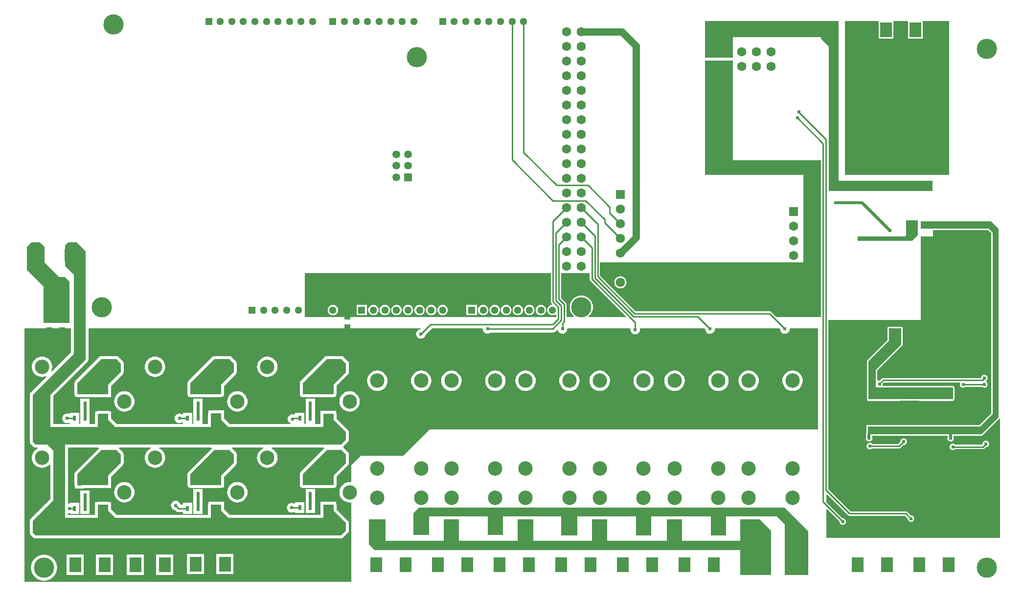
<source format=gbl>
G04 Layer_Physical_Order=2*
G04 Layer_Color=16711680*
%FSTAX24Y24*%
%MOIN*%
G70*
G01*
G75*
%ADD10R,0.0433X0.0433*%
%ADD14R,0.0236X0.0354*%
%ADD20R,0.0550X0.0433*%
%ADD25C,0.0100*%
%ADD26C,0.0500*%
%ADD28C,0.0200*%
%ADD30C,0.0630*%
%ADD31R,0.0630X0.0630*%
%ADD32C,0.1378*%
%ADD33R,0.0787X0.0984*%
%ADD34O,0.1600X0.1000*%
%ADD35O,0.1000X0.1600*%
%ADD36C,0.0512*%
%ADD37R,0.0512X0.0512*%
%ADD38R,0.0630X0.0630*%
%ADD39C,0.0532*%
%ADD40R,0.0532X0.0532*%
%ADD41C,0.0984*%
%ADD42C,0.0240*%
%ADD43R,0.0680X0.0453*%
%ADD44R,0.0240X0.0600*%
G36*
X08645Y04325D02*
X07935Y04325D01*
X07935Y05375D01*
X08161D01*
X081656Y053742D01*
X081656Y0537D01*
Y052558D01*
X082644D01*
Y0537D01*
X082644Y053742D01*
X08269Y05375D01*
X08361D01*
X083656Y053742D01*
X083656Y0537D01*
Y052558D01*
X084644D01*
Y0537D01*
X084644Y053742D01*
X08469Y05375D01*
X08645D01*
X08645Y04325D01*
D02*
G37*
G36*
X0789Y05265D02*
Y04285D01*
X0853D01*
Y04215D01*
X0845D01*
X07826Y04215D01*
X07826Y05199D01*
X0777Y05255D01*
Y05265D01*
X0717D01*
Y05125D01*
X0698D01*
Y05375D01*
X0789D01*
Y05265D01*
D02*
G37*
G36*
X0843Y03915D02*
X0839Y03875D01*
X0802D01*
Y03905D01*
X0834D01*
X0835Y03915D01*
Y04015D01*
X0843D01*
Y03915D01*
D02*
G37*
G36*
X059297Y03655D02*
Y034608D01*
X059309Y03455D01*
X059342Y0345D01*
X059398Y034444D01*
X05938Y034391D01*
X059328Y034384D01*
X059241Y034348D01*
X059167Y034291D01*
X05911Y034217D01*
X059074Y03413D01*
X059061Y034037D01*
X059074Y033944D01*
X05911Y033858D01*
X059167Y033784D01*
X059241Y033727D01*
X059328Y033691D01*
X05942Y033678D01*
X059513Y033691D01*
X0596Y033727D01*
X059629Y033748D01*
X059673Y033726D01*
Y03355D01*
X04255D01*
Y03475D01*
X04255Y03655D01*
X059297Y03655D01*
D02*
G37*
G36*
X061947D02*
Y03615D01*
X061959Y036091D01*
X061992Y036042D01*
X064438Y033596D01*
X064418Y03355D01*
X061878D01*
X06186Y0336D01*
X06195Y033674D01*
X062048Y033794D01*
X062121Y033931D01*
X062167Y03408D01*
X062182Y034234D01*
X062167Y034389D01*
X062121Y034538D01*
X062048Y034675D01*
X06195Y034795D01*
X061829Y034893D01*
X061692Y034967D01*
X061544Y035012D01*
X061389Y035027D01*
X061234Y035012D01*
X061086Y034967D01*
X060949Y034893D01*
X060828Y034795D01*
X06073Y034675D01*
X060657Y034538D01*
X060611Y034389D01*
X060596Y034234D01*
X060611Y03408D01*
X060657Y033931D01*
X06073Y033794D01*
X060828Y033674D01*
X060918Y0336D01*
X0609Y03355D01*
X060379D01*
Y034406D01*
X060368Y034465D01*
X060335Y034515D01*
X060003Y034846D01*
Y03655D01*
X061947D01*
D02*
G37*
G36*
X0717Y04425D02*
X077697D01*
Y03355D01*
X074666D01*
X074308Y033908D01*
X074259Y033941D01*
X0742Y033953D01*
X065079D01*
X062653Y036379D01*
Y0373D01*
X0765Y0373D01*
X0765Y04325D01*
X0698D01*
Y05105D01*
X0717D01*
Y04425D01*
D02*
G37*
G36*
X0248Y03835D02*
Y0373D01*
X0258Y0363D01*
X0262D01*
X0265Y036D01*
Y03315D01*
X02475D01*
Y03565D01*
X0236Y0368D01*
Y03835D01*
X0239Y03865D01*
X0245D01*
X0248Y03835D01*
D02*
G37*
G36*
X0775Y0259D02*
X07635Y0259D01*
X05105D01*
X04925Y0241D01*
X04635D01*
X0457Y02345D01*
X0457Y022322D01*
X045663Y022288D01*
X045599Y022294D01*
X045463Y022281D01*
X045333Y022241D01*
X045212Y022177D01*
X045107Y022091D01*
X045021Y021985D01*
X044956Y021865D01*
X044917Y021734D01*
X044903Y021599D01*
X044917Y021463D01*
X044956Y021333D01*
X045021Y021212D01*
X045107Y021107D01*
X045212Y021021D01*
X045333Y020956D01*
X045463Y020917D01*
X045599Y020903D01*
X045663Y02091D01*
X0457Y020876D01*
X0457Y01549D01*
X02344D01*
Y0328D01*
X026596D01*
Y031134D01*
X025316Y029855D01*
X025276Y029885D01*
X025281Y029895D01*
X025321Y030025D01*
X025334Y030161D01*
X025321Y030297D01*
X025281Y030427D01*
X025217Y030547D01*
X02513Y030653D01*
X025025Y030739D01*
X024905Y030804D01*
X024774Y030843D01*
X024639Y030856D01*
X024503Y030843D01*
X024372Y030804D01*
X024252Y030739D01*
X024147Y030653D01*
X02406Y030547D01*
X023996Y030427D01*
X023956Y030297D01*
X023943Y030161D01*
X023956Y030025D01*
X023996Y029895D01*
X02406Y029775D01*
X024147Y029669D01*
X024252Y029583D01*
X024372Y029518D01*
X024503Y029479D01*
X024639Y029466D01*
X024774Y029479D01*
X024905Y029518D01*
X024915Y029524D01*
X024945Y029483D01*
X023856Y028394D01*
X023812Y028328D01*
X023796Y02825D01*
X023796Y02585D01*
Y02525D01*
Y02505D01*
X023812Y024972D01*
X023856Y024906D01*
X024056Y024706D01*
X024122Y024662D01*
X0242Y024646D01*
X024346D01*
X024358Y024596D01*
X024252Y024539D01*
X024147Y024453D01*
X02406Y024347D01*
X023996Y024227D01*
X023956Y024097D01*
X023943Y023961D01*
X023956Y023825D01*
X023996Y023695D01*
X02406Y023575D01*
X024147Y023469D01*
X024252Y023383D01*
X024372Y023318D01*
X024503Y023279D01*
X024639Y023266D01*
X024774Y023279D01*
X024905Y023318D01*
X025025Y023383D01*
X02513Y023469D01*
X025149Y023492D01*
X025196Y023475D01*
X025196Y021134D01*
X024056Y019994D01*
X023856Y019794D01*
X023812Y019728D01*
X023796Y01965D01*
Y01885D01*
X023812Y018772D01*
X023856Y018706D01*
X024056Y018506D01*
X024122Y018462D01*
X0242Y018446D01*
X0254Y018446D01*
X0254Y018446D01*
X045D01*
X045078Y018462D01*
X045144Y018506D01*
X045494Y018856D01*
X045538Y018922D01*
X045554Y019D01*
Y0195D01*
X045554Y0195D01*
X045538Y019578D01*
X045494Y019644D01*
X045144Y019994D01*
X044704Y020434D01*
Y02075D01*
X044688Y020828D01*
X044681Y02084D01*
Y020949D01*
X044527D01*
X0445Y020954D01*
X0438D01*
X043773Y020949D01*
X043601D01*
Y020772D01*
X043596Y02075D01*
Y020054D01*
X037434D01*
X037054Y020434D01*
Y02075D01*
X037049Y020772D01*
Y020949D01*
X036877D01*
X03685Y020954D01*
X03615D01*
X036123Y020949D01*
X035969D01*
Y02084D01*
X035962Y020828D01*
X035946Y02075D01*
Y020054D01*
X029734D01*
X029354Y020434D01*
Y02075D01*
X029338Y020828D01*
X029331Y02084D01*
Y020938D01*
X029229D01*
X029228Y020938D01*
X02915Y020954D01*
X02845D01*
X028372Y020938D01*
X028371Y020938D01*
X028251D01*
Y020772D01*
X028246Y02075D01*
Y020054D01*
X026404D01*
Y020142D01*
X026454Y020183D01*
X0265Y020177D01*
X026532Y020149D01*
Y020123D01*
X027168D01*
Y020877D01*
X026532D01*
Y020851D01*
X0265Y020823D01*
X026454Y020817D01*
X026404Y020858D01*
Y024646D01*
X028487D01*
X028508Y024596D01*
X026906Y022994D01*
X026862Y022928D01*
X026846Y02285D01*
X026846Y0221D01*
X026862Y022022D01*
X02688Y021994D01*
Y021864D01*
X02752D01*
Y021896D01*
X02915D01*
X029177Y021902D01*
X029331D01*
Y02201D01*
X029338Y022022D01*
X029354Y0221D01*
Y022666D01*
X030144Y023456D01*
X030188Y023522D01*
X030204Y0236D01*
Y0242D01*
X030188Y024278D01*
X030144Y024344D01*
X029892Y024596D01*
X029913Y024646D01*
X032046D01*
X032058Y024596D01*
X031952Y024539D01*
X031847Y024453D01*
X03176Y024347D01*
X031696Y024227D01*
X031656Y024097D01*
X031643Y023961D01*
X031656Y023825D01*
X031696Y023695D01*
X03176Y023575D01*
X031847Y023469D01*
X031952Y023383D01*
X032072Y023318D01*
X032203Y023279D01*
X032339Y023266D01*
X032474Y023279D01*
X032605Y023318D01*
X032725Y023383D01*
X03283Y023469D01*
X032917Y023575D01*
X032981Y023695D01*
X033021Y023825D01*
X033034Y023961D01*
X033021Y024097D01*
X032981Y024227D01*
X032917Y024347D01*
X03283Y024453D01*
X032725Y024539D01*
X032619Y024596D01*
X032631Y024646D01*
X036187D01*
X036208Y024596D01*
X034606Y022994D01*
X034585Y022964D01*
X03458D01*
Y022956D01*
X034562Y022928D01*
X034546Y02285D01*
X034546Y0221D01*
X034562Y022022D01*
X03458Y021994D01*
Y021964D01*
X034601D01*
X034606Y021956D01*
X034672Y021912D01*
X03475Y021896D01*
X03685D01*
X036928Y021912D01*
X036929Y021912D01*
X037049D01*
Y022078D01*
X037054Y0221D01*
Y022666D01*
X037844Y023456D01*
X037888Y023522D01*
X037904Y0236D01*
Y0242D01*
X037888Y024278D01*
X037844Y024344D01*
X037592Y024596D01*
X037613Y024646D01*
X039696D01*
X039708Y024596D01*
X039602Y024539D01*
X039497Y024453D01*
X03941Y024347D01*
X039346Y024227D01*
X039306Y024097D01*
X039293Y023961D01*
X039306Y023825D01*
X039346Y023695D01*
X03941Y023575D01*
X039497Y023469D01*
X039602Y023383D01*
X039722Y023318D01*
X039853Y023279D01*
X039989Y023266D01*
X040124Y023279D01*
X040255Y023318D01*
X040375Y023383D01*
X04048Y023469D01*
X040567Y023575D01*
X040631Y023695D01*
X040671Y023825D01*
X040684Y023961D01*
X040671Y024097D01*
X040631Y024227D01*
X040567Y024347D01*
X04048Y024453D01*
X040375Y024539D01*
X040269Y024596D01*
X040281Y024646D01*
X043837D01*
X043858Y024596D01*
X042256Y022994D01*
X042235Y022964D01*
X04223D01*
Y022956D01*
X042212Y022928D01*
X042196Y02285D01*
X042196Y0221D01*
X042212Y022022D01*
X04223Y021994D01*
Y021964D01*
X042251D01*
X042256Y021956D01*
X042322Y021912D01*
X0424Y021896D01*
X0445D01*
X044578Y021912D01*
X044579Y021912D01*
X044681D01*
Y02201D01*
X044688Y022022D01*
X044704Y0221D01*
Y022666D01*
X045494Y023456D01*
X045538Y023522D01*
X045554Y0236D01*
Y0242D01*
X045538Y024278D01*
X045494Y024344D01*
X045194Y024644D01*
X045168Y024662D01*
X045164Y024669D01*
X045163Y024725D01*
X045494Y025056D01*
X045538Y025122D01*
X045554Y0252D01*
Y0257D01*
X045554Y0257D01*
X045538Y025778D01*
X045494Y025844D01*
X045144Y026194D01*
X044704Y026634D01*
Y02695D01*
X044688Y027028D01*
X044681Y02704D01*
Y027148D01*
X044527D01*
X0445Y027154D01*
X0438D01*
X043773Y027148D01*
X043601D01*
Y026972D01*
X043596Y02695D01*
Y026254D01*
X043275D01*
X043233Y026273D01*
X043233Y026304D01*
Y026986D01*
X043244D01*
Y027986D01*
X042604D01*
Y027027D01*
X042597D01*
X042597Y026284D01*
X042557Y026262D01*
X042518Y026284D01*
X042518Y026304D01*
Y027027D01*
X041882D01*
Y026905D01*
X0418D01*
X041784Y026912D01*
X0417Y026923D01*
X041616Y026912D01*
X041539Y02688D01*
X041472Y026828D01*
X04142Y026761D01*
X041388Y026684D01*
X041377Y0266D01*
X041388Y026516D01*
X04142Y026439D01*
X041472Y026372D01*
X041539Y02632D01*
X041579Y026304D01*
X041569Y026254D01*
X037434D01*
X037054Y026634D01*
Y02695D01*
X037049Y026972D01*
Y027186D01*
X035969D01*
Y02704D01*
X035962Y027028D01*
X035946Y02695D01*
Y026254D01*
X035625D01*
X035583Y026273D01*
X035583Y026304D01*
Y026986D01*
X035594D01*
Y027986D01*
X034954D01*
Y027027D01*
X034947D01*
X034947Y026284D01*
X034907Y026262D01*
X034868Y026284D01*
X034868Y026304D01*
Y027027D01*
X034232D01*
Y026931D01*
X034182Y026914D01*
X034161Y02693D01*
X034084Y026962D01*
X034Y026973D01*
X033916Y026962D01*
X033839Y02693D01*
X033772Y026878D01*
X03372Y026811D01*
X033688Y026734D01*
X033677Y02665D01*
X033688Y026566D01*
X03372Y026489D01*
X033772Y026422D01*
X033839Y02637D01*
X033916Y026338D01*
X034Y026327D01*
X034084Y026338D01*
X034161Y02637D01*
X034182Y026386D01*
X034232Y026369D01*
X034232Y026273D01*
X03419Y026254D01*
X029734D01*
X029354Y026634D01*
Y02695D01*
X029349Y026972D01*
Y027138D01*
X029229D01*
X029228Y027138D01*
X02915Y027154D01*
X02845D01*
X028372Y027138D01*
X028371Y027138D01*
X028269D01*
Y02704D01*
X028262Y027028D01*
X028246Y02695D01*
Y026254D01*
X027925D01*
X027883Y026273D01*
X027883Y026304D01*
Y026986D01*
X027894D01*
Y027986D01*
X027254D01*
Y027027D01*
X027247D01*
X027247Y026284D01*
X027207Y026262D01*
X027168Y026284D01*
X027168Y026304D01*
Y027027D01*
X026532D01*
Y026974D01*
X026482Y026942D01*
X026434Y026962D01*
X02635Y026973D01*
X026266Y026962D01*
X026189Y02693D01*
X026122Y026878D01*
X02607Y026811D01*
X026038Y026734D01*
X026027Y02665D01*
X026038Y026566D01*
X02607Y026489D01*
X026122Y026422D01*
X026189Y02637D01*
X026266Y026338D01*
X02635Y026327D01*
X026434Y026338D01*
X026482Y026358D01*
X026532Y026326D01*
X026532Y026273D01*
X02649Y026254D01*
X025404D01*
Y028166D01*
X027744Y030506D01*
X027788Y030572D01*
X027804Y03065D01*
Y0328D01*
X050424Y0328D01*
X050443Y032754D01*
X050407Y032717D01*
X050366Y032712D01*
X050289Y03268D01*
X050222Y032628D01*
X05017Y032561D01*
X050138Y032484D01*
X050127Y0324D01*
X050138Y032316D01*
X05017Y032239D01*
X050222Y032172D01*
X050289Y03212D01*
X050366Y032088D01*
X05045Y032077D01*
X050534Y032088D01*
X050611Y03212D01*
X050678Y032172D01*
X05073Y032239D01*
X050762Y032316D01*
X050767Y032357D01*
X051206Y032795D01*
X054645D01*
X054678Y032758D01*
X054677Y03275D01*
X054688Y032666D01*
X05472Y032589D01*
X054772Y032522D01*
X054839Y03247D01*
X054916Y032438D01*
X055Y032427D01*
X055084Y032438D01*
X055161Y03247D01*
X055193Y032495D01*
X059433D01*
X05953Y032515D01*
X059613Y03257D01*
X059739Y032696D01*
X059786Y03268D01*
X059788Y032666D01*
X05982Y032589D01*
X059872Y032522D01*
X059939Y03247D01*
X060016Y032438D01*
X0601Y032427D01*
X060184Y032438D01*
X060261Y03247D01*
X060328Y032522D01*
X06038Y032589D01*
X060412Y032666D01*
X060423Y03275D01*
X060421Y032762D01*
X060454Y0328D01*
X064694D01*
X064734Y03275D01*
X064727Y0327D01*
X064738Y032616D01*
X06477Y032539D01*
X064822Y032472D01*
X064889Y03242D01*
X064966Y032388D01*
X06505Y032377D01*
X065134Y032388D01*
X065211Y03242D01*
X065278Y032472D01*
X06533Y032539D01*
X065362Y032616D01*
X065373Y0327D01*
X065366Y03275D01*
X065406Y0328D01*
X06974Y0328D01*
X069833Y032707D01*
X069838Y032666D01*
X06987Y032589D01*
X069922Y032522D01*
X069989Y03247D01*
X070066Y032438D01*
X07015Y032427D01*
X070234Y032438D01*
X070311Y03247D01*
X070378Y032522D01*
X07043Y032589D01*
X070462Y032666D01*
X070473Y03275D01*
X070471Y032762D01*
X070504Y0328D01*
X07484Y0328D01*
X074933Y032707D01*
X074938Y032666D01*
X07497Y032589D01*
X075022Y032522D01*
X075089Y03247D01*
X075166Y032438D01*
X07525Y032427D01*
X075334Y032438D01*
X075411Y03247D01*
X075478Y032522D01*
X07553Y032589D01*
X075562Y032666D01*
X075573Y03275D01*
X075571Y032762D01*
X075604Y0328D01*
X0775D01*
Y0259D01*
D02*
G37*
G36*
X0898Y0396D02*
Y0267D01*
X08865Y02555D01*
X0809Y02555D01*
Y0261D01*
X08855Y0261D01*
X0894Y02695D01*
X0894Y03933D01*
X08913Y0396D01*
X0845Y0396D01*
X0845Y0401D01*
X0893Y0401D01*
X0898Y0396D01*
D02*
G37*
G36*
X04535Y0242D02*
Y0236D01*
X0445Y02275D01*
Y0221D01*
X0424D01*
X0424Y02285D01*
X04405Y0245D01*
X04505Y0245D01*
X04535Y0242D01*
D02*
G37*
G36*
X0377D02*
Y0236D01*
X03685Y02275D01*
Y0221D01*
X03475D01*
X03475Y02285D01*
X0364Y0245D01*
X0374Y0245D01*
X0377Y0242D01*
D02*
G37*
G36*
X03D02*
Y0236D01*
X02915Y02275D01*
Y0221D01*
X02705D01*
X02705Y02285D01*
X0287Y0245D01*
X0297Y0245D01*
X03Y0242D01*
D02*
G37*
G36*
X089298Y039288D02*
X089298Y026992D01*
X088508Y026202D01*
X0809Y026202D01*
X080861Y026194D01*
X080828Y026172D01*
X080806Y026139D01*
X080798Y0261D01*
Y025663D01*
X080786Y025603D01*
Y025381D01*
X080783Y025376D01*
X080766Y02529D01*
X080783Y025204D01*
X080831Y025131D01*
X080904Y025083D01*
X08099Y025066D01*
X081076Y025083D01*
X081149Y025131D01*
X081197Y025204D01*
X081214Y02529D01*
X081197Y025376D01*
X081194Y025381D01*
Y025448D01*
X086346Y025448D01*
Y025371D01*
X086343Y025366D01*
X086326Y02528D01*
X086343Y025194D01*
X086391Y025121D01*
X086464Y025073D01*
X08655Y025056D01*
X086636Y025073D01*
X086709Y025121D01*
X086757Y025194D01*
X086774Y02528D01*
X086757Y025366D01*
X086754Y025371D01*
Y025448D01*
X08865D01*
X088689Y025456D01*
X088722Y025478D01*
X08985Y026606D01*
X0899Y026585D01*
Y0185D01*
X07809D01*
Y020428D01*
X078136Y020448D01*
X078977Y019607D01*
X078976Y0196D01*
X078993Y019514D01*
X079041Y019441D01*
X079114Y019393D01*
X0792Y019376D01*
X079286Y019393D01*
X079359Y019441D01*
X079407Y019514D01*
X079424Y0196D01*
X079407Y019686D01*
X079359Y019759D01*
X079286Y019807D01*
X0792Y019824D01*
X079193Y019823D01*
X07809Y020926D01*
Y021428D01*
X078136Y021448D01*
X079542Y020042D01*
X079591Y020009D01*
X07965Y019997D01*
X083437D01*
X083627Y019807D01*
X083626Y0198D01*
X083643Y019714D01*
X083691Y019641D01*
X083764Y019593D01*
X08385Y019576D01*
X083936Y019593D01*
X084009Y019641D01*
X084057Y019714D01*
X084074Y0198D01*
X084057Y019886D01*
X084009Y019959D01*
X083936Y020007D01*
X08385Y020024D01*
X083843Y020023D01*
X083608Y020258D01*
X083559Y020291D01*
X0835Y020303D01*
X079713D01*
X078203Y021813D01*
Y03335D01*
X0845D01*
Y03905D01*
X08534D01*
Y039498D01*
X089088Y039498D01*
X089298Y039288D01*
D02*
G37*
G36*
X0276Y03805D02*
Y03065D01*
X0252Y02825D01*
Y02605D01*
X02845D01*
Y02695D01*
X02915D01*
Y02655D01*
X02965Y02605D01*
X03615D01*
Y02695D01*
X03685D01*
Y02655D01*
X03735Y02605D01*
X0438D01*
Y02695D01*
X0445D01*
Y02655D01*
X04535Y0257D01*
Y0252D01*
X04505Y0249D01*
X045Y02485D01*
X0262D01*
Y01985D01*
X02845D01*
Y02075D01*
X02915D01*
Y02035D01*
X02965Y01985D01*
X03615D01*
Y02075D01*
X03685D01*
Y02035D01*
X03735Y01985D01*
X0438D01*
Y02075D01*
X0445D01*
Y02035D01*
X04535Y0195D01*
Y019D01*
X04505Y0187D01*
X045Y01865D01*
X0254D01*
X0254Y01865D01*
X0242Y01865D01*
X024Y01885D01*
Y01965D01*
X0242Y01985D01*
X0254Y02105D01*
X0254Y02445D01*
X025Y02485D01*
X0244Y02485D01*
X0242D01*
X024Y02505D01*
Y02525D01*
Y02585D01*
D01*
X024Y02825D01*
X0268Y03105D01*
X0268Y03645D01*
X0262Y03705D01*
Y03845D01*
X0264Y03865D01*
X027D01*
X0276Y03805D01*
D02*
G37*
G36*
X07525Y02055D02*
X07685Y01895D01*
Y01595D01*
X07525Y01595D01*
X07525Y0194D01*
X0747Y01995D01*
X07125D01*
Y01865D01*
X0702D01*
Y01995D01*
X06615D01*
Y01865D01*
X0651D01*
Y01995D01*
X0611D01*
Y01865D01*
X06D01*
X06Y01995D01*
X05605Y01995D01*
X05605Y0187D01*
X055Y0187D01*
Y01995D01*
X051D01*
Y0187D01*
X04995D01*
Y0202D01*
X0503Y02055D01*
X07525Y02055D01*
D02*
G37*
G36*
X04805Y01975D02*
X04805Y0183D01*
X052Y0183D01*
Y01975D01*
X05305D01*
Y0183D01*
X05705D01*
Y01975D01*
X0581D01*
Y0183D01*
X0621D01*
Y01975D01*
X06315Y01975D01*
X06315Y0183D01*
X0672Y0183D01*
X0672Y01975D01*
X06825D01*
Y0183D01*
X0722D01*
Y01975D01*
X07355D01*
X0743Y019D01*
Y01735D01*
Y01605D01*
Y01595D01*
X0742D01*
X0722Y01595D01*
X0722Y01765D01*
X0473Y01765D01*
X0469Y01805D01*
X0469Y01975D01*
X04805Y01975D01*
D02*
G37*
%LPC*%
G36*
X054265Y034393D02*
X053553D01*
Y033681D01*
X054265D01*
Y034393D01*
D02*
G37*
G36*
X046784D02*
X046072D01*
Y033681D01*
X046784D01*
Y034393D01*
D02*
G37*
G36*
X058633Y034396D02*
X05854Y034384D01*
X058454Y034348D01*
X058379Y034291D01*
X058322Y034217D01*
X058286Y03413D01*
X058274Y034037D01*
X058286Y033944D01*
X058322Y033858D01*
X058379Y033784D01*
X058454Y033727D01*
X05854Y033691D01*
X058633Y033678D01*
X058726Y033691D01*
X058813Y033727D01*
X058887Y033784D01*
X058944Y033858D01*
X05898Y033944D01*
X058992Y034037D01*
X05898Y03413D01*
X058944Y034217D01*
X058887Y034291D01*
X058813Y034348D01*
X058726Y034384D01*
X058633Y034396D01*
D02*
G37*
G36*
X057846D02*
X057753Y034384D01*
X057666Y034348D01*
X057592Y034291D01*
X057535Y034217D01*
X057499Y03413D01*
X057487Y034037D01*
X057499Y033944D01*
X057535Y033858D01*
X057592Y033784D01*
X057666Y033727D01*
X057753Y033691D01*
X057846Y033678D01*
X057939Y033691D01*
X058025Y033727D01*
X0581Y033784D01*
X058157Y033858D01*
X058192Y033944D01*
X058205Y034037D01*
X058192Y03413D01*
X058157Y034217D01*
X0581Y034291D01*
X058025Y034348D01*
X057939Y034384D01*
X057846Y034396D01*
D02*
G37*
G36*
X057058D02*
X056965Y034384D01*
X056879Y034348D01*
X056804Y034291D01*
X056747Y034217D01*
X056712Y03413D01*
X056699Y034037D01*
X056712Y033944D01*
X056747Y033858D01*
X056804Y033784D01*
X056879Y033727D01*
X056965Y033691D01*
X057058Y033678D01*
X057151Y033691D01*
X057238Y033727D01*
X057312Y033784D01*
X057369Y033858D01*
X057405Y033944D01*
X057417Y034037D01*
X057405Y03413D01*
X057369Y034217D01*
X057312Y034291D01*
X057238Y034348D01*
X057151Y034384D01*
X057058Y034396D01*
D02*
G37*
G36*
X056271D02*
X056178Y034384D01*
X056091Y034348D01*
X056017Y034291D01*
X05596Y034217D01*
X055924Y03413D01*
X055912Y034037D01*
X055924Y033944D01*
X05596Y033858D01*
X056017Y033784D01*
X056091Y033727D01*
X056178Y033691D01*
X056271Y033678D01*
X056364Y033691D01*
X05645Y033727D01*
X056525Y033784D01*
X056582Y033858D01*
X056618Y033944D01*
X05663Y034037D01*
X056618Y03413D01*
X056582Y034217D01*
X056525Y034291D01*
X05645Y034348D01*
X056364Y034384D01*
X056271Y034396D01*
D02*
G37*
G36*
X055483D02*
X055391Y034384D01*
X055304Y034348D01*
X05523Y034291D01*
X055173Y034217D01*
X055137Y03413D01*
X055125Y034037D01*
X055137Y033944D01*
X055173Y033858D01*
X05523Y033784D01*
X055304Y033727D01*
X055391Y033691D01*
X055483Y033678D01*
X055576Y033691D01*
X055663Y033727D01*
X055737Y033784D01*
X055794Y033858D01*
X05583Y033944D01*
X055842Y034037D01*
X05583Y03413D01*
X055794Y034217D01*
X055737Y034291D01*
X055663Y034348D01*
X055576Y034384D01*
X055483Y034396D01*
D02*
G37*
G36*
X054696D02*
X054603Y034384D01*
X054517Y034348D01*
X054442Y034291D01*
X054385Y034217D01*
X054349Y03413D01*
X054337Y034037D01*
X054349Y033944D01*
X054385Y033858D01*
X054442Y033784D01*
X054517Y033727D01*
X054603Y033691D01*
X054696Y033678D01*
X054789Y033691D01*
X054876Y033727D01*
X05495Y033784D01*
X055007Y033858D01*
X055043Y033944D01*
X055055Y034037D01*
X055043Y03413D01*
X055007Y034217D01*
X05495Y034291D01*
X054876Y034348D01*
X054789Y034384D01*
X054696Y034396D01*
D02*
G37*
G36*
X05194D02*
X051847Y034384D01*
X051761Y034348D01*
X051686Y034291D01*
X051629Y034217D01*
X051593Y03413D01*
X051581Y034037D01*
X051593Y033944D01*
X051629Y033858D01*
X051686Y033784D01*
X051761Y033727D01*
X051847Y033691D01*
X05194Y033678D01*
X052033Y033691D01*
X05212Y033727D01*
X052194Y033784D01*
X052251Y033858D01*
X052287Y033944D01*
X052299Y034037D01*
X052287Y03413D01*
X052251Y034217D01*
X052194Y034291D01*
X05212Y034348D01*
X052033Y034384D01*
X05194Y034396D01*
D02*
G37*
G36*
X051153D02*
X05106Y034384D01*
X050973Y034348D01*
X050899Y034291D01*
X050842Y034217D01*
X050806Y03413D01*
X050794Y034037D01*
X050806Y033944D01*
X050842Y033858D01*
X050899Y033784D01*
X050973Y033727D01*
X05106Y033691D01*
X051153Y033678D01*
X051246Y033691D01*
X051332Y033727D01*
X051407Y033784D01*
X051464Y033858D01*
X0515Y033944D01*
X051512Y034037D01*
X0515Y03413D01*
X051464Y034217D01*
X051407Y034291D01*
X051332Y034348D01*
X051246Y034384D01*
X051153Y034396D01*
D02*
G37*
G36*
X050365D02*
X050272Y034384D01*
X050186Y034348D01*
X050112Y034291D01*
X050054Y034217D01*
X050019Y03413D01*
X050006Y034037D01*
X050019Y033944D01*
X050054Y033858D01*
X050112Y033784D01*
X050186Y033727D01*
X050272Y033691D01*
X050365Y033678D01*
X050458Y033691D01*
X050545Y033727D01*
X050619Y033784D01*
X050676Y033858D01*
X050712Y033944D01*
X050724Y034037D01*
X050712Y03413D01*
X050676Y034217D01*
X050619Y034291D01*
X050545Y034348D01*
X050458Y034384D01*
X050365Y034396D01*
D02*
G37*
G36*
X049578D02*
X049485Y034384D01*
X049398Y034348D01*
X049324Y034291D01*
X049267Y034217D01*
X049231Y03413D01*
X049219Y034037D01*
X049231Y033944D01*
X049267Y033858D01*
X049324Y033784D01*
X049398Y033727D01*
X049485Y033691D01*
X049578Y033678D01*
X049671Y033691D01*
X049757Y033727D01*
X049832Y033784D01*
X049889Y033858D01*
X049925Y033944D01*
X049937Y034037D01*
X049925Y03413D01*
X049889Y034217D01*
X049832Y034291D01*
X049757Y034348D01*
X049671Y034384D01*
X049578Y034396D01*
D02*
G37*
G36*
X048791D02*
X048698Y034384D01*
X048611Y034348D01*
X048537Y034291D01*
X04848Y034217D01*
X048444Y03413D01*
X048432Y034037D01*
X048444Y033944D01*
X04848Y033858D01*
X048537Y033784D01*
X048611Y033727D01*
X048698Y033691D01*
X048791Y033678D01*
X048883Y033691D01*
X04897Y033727D01*
X049044Y033784D01*
X049101Y033858D01*
X049137Y033944D01*
X04915Y034037D01*
X049137Y03413D01*
X049101Y034217D01*
X049044Y034291D01*
X04897Y034348D01*
X048883Y034384D01*
X048791Y034396D01*
D02*
G37*
G36*
X048003D02*
X04791Y034384D01*
X047824Y034348D01*
X047749Y034291D01*
X047692Y034217D01*
X047656Y03413D01*
X047644Y034037D01*
X047656Y033944D01*
X047692Y033858D01*
X047749Y033784D01*
X047824Y033727D01*
X04791Y033691D01*
X048003Y033678D01*
X048096Y033691D01*
X048183Y033727D01*
X048257Y033784D01*
X048314Y033858D01*
X04835Y033944D01*
X048362Y034037D01*
X04835Y03413D01*
X048314Y034217D01*
X048257Y034291D01*
X048183Y034348D01*
X048096Y034384D01*
X048003Y034396D01*
D02*
G37*
G36*
X047216D02*
X047123Y034384D01*
X047036Y034348D01*
X046962Y034291D01*
X046905Y034217D01*
X046869Y03413D01*
X046857Y034037D01*
X046869Y033944D01*
X046905Y033858D01*
X046962Y033784D01*
X047036Y033727D01*
X047123Y033691D01*
X047216Y033678D01*
X047309Y033691D01*
X047395Y033727D01*
X04747Y033784D01*
X047527Y033858D01*
X047563Y033944D01*
X047575Y034037D01*
X047563Y03413D01*
X047527Y034217D01*
X04747Y034291D01*
X047395Y034348D01*
X047309Y034384D01*
X047216Y034396D01*
D02*
G37*
G36*
X04446D02*
X044367Y034384D01*
X04428Y034348D01*
X044206Y034291D01*
X044149Y034217D01*
X044113Y03413D01*
X044101Y034037D01*
X044113Y033944D01*
X044149Y033858D01*
X044206Y033784D01*
X04428Y033727D01*
X044367Y033691D01*
X04446Y033678D01*
X044553Y033691D01*
X044639Y033727D01*
X044714Y033784D01*
X044771Y033858D01*
X044807Y033944D01*
X044819Y034037D01*
X044807Y03413D01*
X044771Y034217D01*
X044714Y034291D01*
X044639Y034348D01*
X044553Y034384D01*
X04446Y034396D01*
D02*
G37*
G36*
X064048Y036346D02*
X06394Y036332D01*
X063839Y03629D01*
X063752Y036224D01*
X063686Y036137D01*
X063644Y036036D01*
X06363Y035928D01*
X063644Y035819D01*
X063686Y035719D01*
X063752Y035632D01*
X063839Y035565D01*
X06394Y035524D01*
X064048Y035509D01*
X064157Y035524D01*
X064258Y035565D01*
X064344Y035632D01*
X064411Y035719D01*
X064453Y035819D01*
X064467Y035928D01*
X064453Y036036D01*
X064411Y036137D01*
X064344Y036224D01*
X064258Y03629D01*
X064157Y036332D01*
X064048Y036346D01*
D02*
G37*
G36*
X039989Y030856D02*
X039853Y030843D01*
X039722Y030804D01*
X039602Y030739D01*
X039497Y030653D01*
X03941Y030547D01*
X039346Y030427D01*
X039306Y030297D01*
X039293Y030161D01*
X039306Y030025D01*
X039346Y029895D01*
X03941Y029775D01*
X039497Y029669D01*
X039602Y029583D01*
X039722Y029518D01*
X039853Y029479D01*
X039989Y029466D01*
X040124Y029479D01*
X040255Y029518D01*
X040375Y029583D01*
X04048Y029669D01*
X040567Y029775D01*
X040631Y029895D01*
X040671Y030025D01*
X040684Y030161D01*
X040671Y030297D01*
X040631Y030427D01*
X040567Y030547D01*
X04048Y030653D01*
X040375Y030739D01*
X040255Y030804D01*
X040124Y030843D01*
X039989Y030856D01*
D02*
G37*
G36*
X032339D02*
X032203Y030843D01*
X032072Y030804D01*
X031952Y030739D01*
X031847Y030653D01*
X03176Y030547D01*
X031696Y030427D01*
X031656Y030297D01*
X031643Y030161D01*
X031656Y030025D01*
X031696Y029895D01*
X03176Y029775D01*
X031847Y029669D01*
X031952Y029583D01*
X032072Y029518D01*
X032203Y029479D01*
X032339Y029466D01*
X032474Y029479D01*
X032605Y029518D01*
X032725Y029583D01*
X03283Y029669D01*
X032917Y029775D01*
X032981Y029895D01*
X033021Y030025D01*
X033034Y030161D01*
X033021Y030297D01*
X032981Y030427D01*
X032917Y030547D01*
X03283Y030653D01*
X032725Y030739D01*
X032605Y030804D01*
X032474Y030843D01*
X032339Y030856D01*
D02*
G37*
G36*
X075776Y029906D02*
X075641Y029893D01*
X07551Y029854D01*
X07539Y029789D01*
X075285Y029703D01*
X075198Y029597D01*
X075134Y029477D01*
X075094Y029347D01*
X075081Y029211D01*
X075094Y029075D01*
X075134Y028945D01*
X075198Y028825D01*
X075285Y028719D01*
X07539Y028633D01*
X07551Y028568D01*
X075641Y028529D01*
X075776Y028516D01*
X075912Y028529D01*
X076043Y028568D01*
X076163Y028633D01*
X076268Y028719D01*
X076355Y028825D01*
X076419Y028945D01*
X076458Y029075D01*
X076472Y029211D01*
X076458Y029347D01*
X076419Y029477D01*
X076355Y029597D01*
X076268Y029703D01*
X076163Y029789D01*
X076043Y029854D01*
X075912Y029893D01*
X075776Y029906D01*
D02*
G37*
G36*
X072784D02*
X072649Y029893D01*
X072518Y029854D01*
X072398Y029789D01*
X072292Y029703D01*
X072206Y029597D01*
X072142Y029477D01*
X072102Y029347D01*
X072089Y029211D01*
X072102Y029075D01*
X072142Y028945D01*
X072206Y028825D01*
X072292Y028719D01*
X072398Y028633D01*
X072518Y028568D01*
X072649Y028529D01*
X072784Y028516D01*
X07292Y028529D01*
X07305Y028568D01*
X073171Y028633D01*
X073276Y028719D01*
X073363Y028825D01*
X073427Y028945D01*
X073466Y029075D01*
X07348Y029211D01*
X073466Y029347D01*
X073427Y029477D01*
X073363Y029597D01*
X073276Y029703D01*
X073171Y029789D01*
X07305Y029854D01*
X07292Y029893D01*
X072784Y029906D01*
D02*
G37*
G36*
X070726D02*
X070591Y029893D01*
X07046Y029854D01*
X07034Y029789D01*
X070235Y029703D01*
X070148Y029597D01*
X070084Y029477D01*
X070044Y029347D01*
X070031Y029211D01*
X070044Y029075D01*
X070084Y028945D01*
X070148Y028825D01*
X070235Y028719D01*
X07034Y028633D01*
X07046Y028568D01*
X070591Y028529D01*
X070726Y028516D01*
X070862Y028529D01*
X070993Y028568D01*
X071113Y028633D01*
X071218Y028719D01*
X071305Y028825D01*
X071369Y028945D01*
X071408Y029075D01*
X071422Y029211D01*
X071408Y029347D01*
X071369Y029477D01*
X071305Y029597D01*
X071218Y029703D01*
X071113Y029789D01*
X070993Y029854D01*
X070862Y029893D01*
X070726Y029906D01*
D02*
G37*
G36*
X067734D02*
X067599Y029893D01*
X067468Y029854D01*
X067348Y029789D01*
X067242Y029703D01*
X067156Y029597D01*
X067092Y029477D01*
X067052Y029347D01*
X067039Y029211D01*
X067052Y029075D01*
X067092Y028945D01*
X067156Y028825D01*
X067242Y028719D01*
X067348Y028633D01*
X067468Y028568D01*
X067599Y028529D01*
X067734Y028516D01*
X06787Y028529D01*
X068Y028568D01*
X068121Y028633D01*
X068226Y028719D01*
X068313Y028825D01*
X068377Y028945D01*
X068416Y029075D01*
X06843Y029211D01*
X068416Y029347D01*
X068377Y029477D01*
X068313Y029597D01*
X068226Y029703D01*
X068121Y029789D01*
X068Y029854D01*
X06787Y029893D01*
X067734Y029906D01*
D02*
G37*
G36*
X065626D02*
X065491Y029893D01*
X06536Y029854D01*
X06524Y029789D01*
X065135Y029703D01*
X065048Y029597D01*
X064984Y029477D01*
X064944Y029347D01*
X064931Y029211D01*
X064944Y029075D01*
X064984Y028945D01*
X065048Y028825D01*
X065135Y028719D01*
X06524Y028633D01*
X06536Y028568D01*
X065491Y028529D01*
X065626Y028516D01*
X065762Y028529D01*
X065893Y028568D01*
X066013Y028633D01*
X066118Y028719D01*
X066205Y028825D01*
X066269Y028945D01*
X066308Y029075D01*
X066322Y029211D01*
X066308Y029347D01*
X066269Y029477D01*
X066205Y029597D01*
X066118Y029703D01*
X066013Y029789D01*
X065893Y029854D01*
X065762Y029893D01*
X065626Y029906D01*
D02*
G37*
G36*
X062634D02*
X062499Y029893D01*
X062368Y029854D01*
X062248Y029789D01*
X062142Y029703D01*
X062056Y029597D01*
X061992Y029477D01*
X061952Y029347D01*
X061939Y029211D01*
X061952Y029075D01*
X061992Y028945D01*
X062056Y028825D01*
X062142Y028719D01*
X062248Y028633D01*
X062368Y028568D01*
X062499Y028529D01*
X062634Y028516D01*
X06277Y028529D01*
X0629Y028568D01*
X063021Y028633D01*
X063126Y028719D01*
X063213Y028825D01*
X063277Y028945D01*
X063316Y029075D01*
X06333Y029211D01*
X063316Y029347D01*
X063277Y029477D01*
X063213Y029597D01*
X063126Y029703D01*
X063021Y029789D01*
X0629Y029854D01*
X06277Y029893D01*
X062634Y029906D01*
D02*
G37*
G36*
X060576D02*
X060441Y029893D01*
X06031Y029854D01*
X06019Y029789D01*
X060085Y029703D01*
X059998Y029597D01*
X059934Y029477D01*
X059894Y029347D01*
X059881Y029211D01*
X059894Y029075D01*
X059934Y028945D01*
X059998Y028825D01*
X060085Y028719D01*
X06019Y028633D01*
X06031Y028568D01*
X060441Y028529D01*
X060576Y028516D01*
X060712Y028529D01*
X060843Y028568D01*
X060963Y028633D01*
X061068Y028719D01*
X061155Y028825D01*
X061219Y028945D01*
X061258Y029075D01*
X061272Y029211D01*
X061258Y029347D01*
X061219Y029477D01*
X061155Y029597D01*
X061068Y029703D01*
X060963Y029789D01*
X060843Y029854D01*
X060712Y029893D01*
X060576Y029906D01*
D02*
G37*
G36*
X057584D02*
X057449Y029893D01*
X057318Y029854D01*
X057198Y029789D01*
X057092Y029703D01*
X057006Y029597D01*
X056942Y029477D01*
X056902Y029347D01*
X056889Y029211D01*
X056902Y029075D01*
X056942Y028945D01*
X057006Y028825D01*
X057092Y028719D01*
X057198Y028633D01*
X057318Y028568D01*
X057449Y028529D01*
X057584Y028516D01*
X05772Y028529D01*
X05785Y028568D01*
X057971Y028633D01*
X058076Y028719D01*
X058163Y028825D01*
X058227Y028945D01*
X058266Y029075D01*
X05828Y029211D01*
X058266Y029347D01*
X058227Y029477D01*
X058163Y029597D01*
X058076Y029703D01*
X057971Y029789D01*
X05785Y029854D01*
X05772Y029893D01*
X057584Y029906D01*
D02*
G37*
G36*
X055526D02*
X055391Y029893D01*
X05526Y029854D01*
X05514Y029789D01*
X055035Y029703D01*
X054948Y029597D01*
X054884Y029477D01*
X054844Y029347D01*
X054831Y029211D01*
X054844Y029075D01*
X054884Y028945D01*
X054948Y028825D01*
X055035Y028719D01*
X05514Y028633D01*
X05526Y028568D01*
X055391Y028529D01*
X055526Y028516D01*
X055662Y028529D01*
X055793Y028568D01*
X055913Y028633D01*
X056018Y028719D01*
X056105Y028825D01*
X056169Y028945D01*
X056208Y029075D01*
X056222Y029211D01*
X056208Y029347D01*
X056169Y029477D01*
X056105Y029597D01*
X056018Y029703D01*
X055913Y029789D01*
X055793Y029854D01*
X055662Y029893D01*
X055526Y029906D01*
D02*
G37*
G36*
X052534D02*
X052399Y029893D01*
X052268Y029854D01*
X052148Y029789D01*
X052042Y029703D01*
X051956Y029597D01*
X051892Y029477D01*
X051852Y029347D01*
X051839Y029211D01*
X051852Y029075D01*
X051892Y028945D01*
X051956Y028825D01*
X052042Y028719D01*
X052148Y028633D01*
X052268Y028568D01*
X052399Y028529D01*
X052534Y028516D01*
X05267Y028529D01*
X0528Y028568D01*
X052921Y028633D01*
X053026Y028719D01*
X053113Y028825D01*
X053177Y028945D01*
X053216Y029075D01*
X05323Y029211D01*
X053216Y029347D01*
X053177Y029477D01*
X053113Y029597D01*
X053026Y029703D01*
X052921Y029789D01*
X0528Y029854D01*
X05267Y029893D01*
X052534Y029906D01*
D02*
G37*
G36*
X050476D02*
X050341Y029893D01*
X05021Y029854D01*
X05009Y029789D01*
X049985Y029703D01*
X049898Y029597D01*
X049834Y029477D01*
X049794Y029347D01*
X049781Y029211D01*
X049794Y029075D01*
X049834Y028945D01*
X049898Y028825D01*
X049985Y028719D01*
X05009Y028633D01*
X05021Y028568D01*
X050341Y028529D01*
X050476Y028516D01*
X050612Y028529D01*
X050743Y028568D01*
X050863Y028633D01*
X050968Y028719D01*
X051055Y028825D01*
X051119Y028945D01*
X051158Y029075D01*
X051172Y029211D01*
X051158Y029347D01*
X051119Y029477D01*
X051055Y029597D01*
X050968Y029703D01*
X050863Y029789D01*
X050743Y029854D01*
X050612Y029893D01*
X050476Y029906D01*
D02*
G37*
G36*
X047484D02*
X047349Y029893D01*
X047218Y029854D01*
X047098Y029789D01*
X046992Y029703D01*
X046906Y029597D01*
X046842Y029477D01*
X046802Y029347D01*
X046789Y029211D01*
X046802Y029075D01*
X046842Y028945D01*
X046906Y028825D01*
X046992Y028719D01*
X047098Y028633D01*
X047218Y028568D01*
X047349Y028529D01*
X047484Y028516D01*
X04762Y028529D01*
X04775Y028568D01*
X047871Y028633D01*
X047976Y028719D01*
X048063Y028825D01*
X048127Y028945D01*
X048166Y029075D01*
X04818Y029211D01*
X048166Y029347D01*
X048127Y029477D01*
X048063Y029597D01*
X047976Y029703D01*
X047871Y029789D01*
X04775Y029854D01*
X04762Y029893D01*
X047484Y029906D01*
D02*
G37*
G36*
X04505Y030904D02*
X04405Y030904D01*
X043972Y030888D01*
X043906Y030844D01*
X042256Y029194D01*
X042212Y029128D01*
X042196Y02905D01*
X042196Y0283D01*
X042212Y028222D01*
X04223Y028194D01*
Y028114D01*
X042319D01*
X042322Y028112D01*
X0424Y028096D01*
X0445D01*
X044578Y028112D01*
X044579Y028112D01*
X044681D01*
Y02821D01*
X044688Y028222D01*
X044704Y0283D01*
Y028866D01*
X045494Y029656D01*
X045538Y029722D01*
X045554Y0298D01*
Y0304D01*
X045538Y030478D01*
X045494Y030544D01*
X045194Y030844D01*
X045128Y030888D01*
X04505Y030904D01*
D02*
G37*
G36*
X0374D02*
X0364Y030904D01*
X036322Y030888D01*
X036256Y030844D01*
X034606Y029194D01*
X034562Y029128D01*
X034546Y02905D01*
X034546Y0283D01*
X034562Y028222D01*
X03458Y028194D01*
Y028114D01*
X034669D01*
X034672Y028112D01*
X03475Y028096D01*
X03685D01*
X036928Y028112D01*
X036985Y02815D01*
X037049D01*
Y028278D01*
X037054Y0283D01*
Y028866D01*
X037844Y029656D01*
X037888Y029722D01*
X037904Y0298D01*
Y0304D01*
X037888Y030478D01*
X037844Y030544D01*
X037544Y030844D01*
X037478Y030888D01*
X0374Y030904D01*
D02*
G37*
G36*
X0297D02*
X0287Y030904D01*
X028622Y030888D01*
X028556Y030844D01*
X026906Y029194D01*
X026862Y029128D01*
X026846Y02905D01*
X026846Y0283D01*
X026862Y028222D01*
X02688Y028194D01*
Y028114D01*
X026969D01*
X026972Y028112D01*
X02705Y028096D01*
X02915D01*
X029177Y028101D01*
X029349D01*
Y028278D01*
X029354Y0283D01*
Y028866D01*
X030144Y029656D01*
X030188Y029722D01*
X030204Y0298D01*
Y0304D01*
X030188Y030478D01*
X030144Y030544D01*
X029844Y030844D01*
X029778Y030888D01*
X0297Y030904D01*
D02*
G37*
G36*
X045599Y028494D02*
X045463Y028481D01*
X045333Y028441D01*
X045212Y028377D01*
X045107Y028291D01*
X045021Y028185D01*
X044956Y028065D01*
X044917Y027935D01*
X044903Y027799D01*
X044917Y027663D01*
X044956Y027533D01*
X045021Y027412D01*
X045107Y027307D01*
X045212Y027221D01*
X045333Y027156D01*
X045463Y027117D01*
X045599Y027103D01*
X045735Y027117D01*
X045865Y027156D01*
X045985Y027221D01*
X046091Y027307D01*
X046177Y027412D01*
X046241Y027533D01*
X046281Y027663D01*
X046294Y027799D01*
X046281Y027935D01*
X046241Y028065D01*
X046177Y028185D01*
X046091Y028291D01*
X045985Y028377D01*
X045865Y028441D01*
X045735Y028481D01*
X045599Y028494D01*
D02*
G37*
G36*
X037949D02*
X037813Y028481D01*
X037683Y028441D01*
X037562Y028377D01*
X037457Y028291D01*
X037371Y028185D01*
X037306Y028065D01*
X037267Y027935D01*
X037253Y027799D01*
X037267Y027663D01*
X037306Y027533D01*
X037371Y027412D01*
X037457Y027307D01*
X037562Y027221D01*
X037683Y027156D01*
X037813Y027117D01*
X037949Y027103D01*
X038084Y027117D01*
X038215Y027156D01*
X038335Y027221D01*
X038441Y027307D01*
X038527Y027412D01*
X038591Y027533D01*
X038631Y027663D01*
X038644Y027799D01*
X038631Y027935D01*
X038591Y028065D01*
X038527Y028185D01*
X038441Y028291D01*
X038335Y028377D01*
X038215Y028441D01*
X038084Y028481D01*
X037949Y028494D01*
D02*
G37*
G36*
X030249D02*
X030113Y028481D01*
X029983Y028441D01*
X029862Y028377D01*
X029757Y028291D01*
X029671Y028185D01*
X029606Y028065D01*
X029567Y027935D01*
X029553Y027799D01*
X029567Y027663D01*
X029606Y027533D01*
X029671Y027412D01*
X029757Y027307D01*
X029862Y027221D01*
X029983Y027156D01*
X030113Y027117D01*
X030249Y027103D01*
X030385Y027117D01*
X030515Y027156D01*
X030635Y027221D01*
X030741Y027307D01*
X030827Y027412D01*
X030891Y027533D01*
X030931Y027663D01*
X030944Y027799D01*
X030931Y027935D01*
X030891Y028065D01*
X030827Y028185D01*
X030741Y028291D01*
X030635Y028377D01*
X030515Y028441D01*
X030385Y028481D01*
X030249Y028494D01*
D02*
G37*
G36*
X037949Y022294D02*
X037813Y022281D01*
X037683Y022241D01*
X037562Y022177D01*
X037457Y022091D01*
X037371Y021985D01*
X037306Y021865D01*
X037267Y021734D01*
X037253Y021599D01*
X037267Y021463D01*
X037306Y021333D01*
X037371Y021212D01*
X037457Y021107D01*
X037562Y021021D01*
X037683Y020956D01*
X037813Y020917D01*
X037949Y020903D01*
X038084Y020917D01*
X038215Y020956D01*
X038335Y021021D01*
X038441Y021107D01*
X038527Y021212D01*
X038591Y021333D01*
X038631Y021463D01*
X038644Y021599D01*
X038631Y021734D01*
X038591Y021865D01*
X038527Y021985D01*
X038441Y022091D01*
X038335Y022177D01*
X038215Y022241D01*
X038084Y022281D01*
X037949Y022294D01*
D02*
G37*
G36*
X030249D02*
X030113Y022281D01*
X029983Y022241D01*
X029862Y022177D01*
X029757Y022091D01*
X029671Y021985D01*
X029606Y021865D01*
X029567Y021734D01*
X029553Y021599D01*
X029567Y021463D01*
X029606Y021333D01*
X029671Y021212D01*
X029757Y021107D01*
X029862Y021021D01*
X029983Y020956D01*
X030113Y020917D01*
X030249Y020903D01*
X030385Y020917D01*
X030515Y020956D01*
X030635Y021021D01*
X030741Y021107D01*
X030827Y021212D01*
X030891Y021333D01*
X030931Y021463D01*
X030944Y021599D01*
X030931Y021734D01*
X030891Y021865D01*
X030827Y021985D01*
X030741Y022091D01*
X030635Y022177D01*
X030515Y022241D01*
X030385Y022281D01*
X030249Y022294D01*
D02*
G37*
G36*
X042518Y020927D02*
X041882D01*
Y020831D01*
X041832Y020814D01*
X041811Y02083D01*
X041734Y020862D01*
X04165Y020873D01*
X041566Y020862D01*
X041489Y02083D01*
X041422Y020778D01*
X04137Y020711D01*
X041338Y020634D01*
X041327Y02055D01*
X041338Y020466D01*
X04137Y020389D01*
X041422Y020322D01*
X041489Y02027D01*
X041566Y020238D01*
X04165Y020227D01*
X041734Y020238D01*
X041811Y02027D01*
X041832Y020286D01*
X041882Y020269D01*
Y020173D01*
X042518D01*
Y020927D01*
D02*
G37*
G36*
X043244Y021836D02*
X042604D01*
Y020927D01*
X042597D01*
Y020173D01*
X043233D01*
Y020836D01*
X043244D01*
Y021836D01*
D02*
G37*
G36*
X03375Y021023D02*
X033666Y021012D01*
X033589Y02098D01*
X033522Y020928D01*
X03347Y020861D01*
X033438Y020784D01*
X033427Y0207D01*
X033438Y020616D01*
X03347Y020539D01*
X033522Y020472D01*
X033589Y02042D01*
X033666Y020388D01*
X033707Y020383D01*
X03377Y02032D01*
X033852Y020264D01*
X03395Y020245D01*
X034232D01*
Y020123D01*
X034868D01*
Y020877D01*
X034232D01*
Y020755D01*
X034066D01*
X034062Y020784D01*
X03403Y020861D01*
X033978Y020928D01*
X033911Y02098D01*
X033834Y021012D01*
X03375Y021023D01*
D02*
G37*
G36*
X035594Y021836D02*
X034954D01*
Y020877D01*
X034947D01*
Y020123D01*
X035583D01*
Y020836D01*
X035594D01*
Y021836D01*
D02*
G37*
G36*
X027894Y021736D02*
X027254D01*
Y020877D01*
X027247D01*
Y020123D01*
X027883D01*
Y020736D01*
X027894D01*
Y021736D01*
D02*
G37*
G36*
X037694Y017392D02*
X036506D01*
Y016008D01*
X037694D01*
Y017392D01*
D02*
G37*
G36*
X035694D02*
X034506D01*
Y016008D01*
X035694D01*
Y017392D01*
D02*
G37*
G36*
X033594Y017342D02*
X032406D01*
Y015958D01*
X033594D01*
Y017342D01*
D02*
G37*
G36*
X031594D02*
X030406D01*
Y015958D01*
X031594D01*
Y017342D01*
D02*
G37*
G36*
X029494D02*
X028306D01*
Y015958D01*
X029494D01*
Y017342D01*
D02*
G37*
G36*
X027494D02*
X026306D01*
Y015958D01*
X027494D01*
Y017342D01*
D02*
G37*
G36*
X024775Y017343D02*
X024601Y017326D01*
X024433Y017275D01*
X024279Y017193D01*
X024143Y017082D01*
X024032Y016946D01*
X02395Y016792D01*
X023899Y016624D01*
X023882Y01645D01*
X023899Y016276D01*
X02395Y016108D01*
X024032Y015954D01*
X024143Y015818D01*
X024279Y015707D01*
X024433Y015625D01*
X024601Y015574D01*
X024775Y015557D01*
X024949Y015574D01*
X025117Y015625D01*
X025271Y015707D01*
X025406Y015818D01*
X025518Y015954D01*
X0256Y016108D01*
X025651Y016276D01*
X025668Y01645D01*
X025651Y016624D01*
X0256Y016792D01*
X025518Y016946D01*
X025406Y017082D01*
X025271Y017193D01*
X025117Y017275D01*
X024949Y017326D01*
X024775Y017343D01*
D02*
G37*
%LPD*%
G36*
X04535Y0304D02*
Y0298D01*
X0445Y02895D01*
Y0283D01*
X0424D01*
X0424Y02905D01*
X04405Y0307D01*
X04505Y0307D01*
X04535Y0304D01*
D02*
G37*
G36*
X0377D02*
Y0298D01*
X03685Y02895D01*
Y0283D01*
X03475D01*
X03475Y02905D01*
X0364Y0307D01*
X0374Y0307D01*
X0377Y0304D01*
D02*
G37*
G36*
X03D02*
Y0298D01*
X02915Y02895D01*
Y0283D01*
X02705D01*
X02705Y02905D01*
X0287Y0307D01*
X0297Y0307D01*
X03Y0304D01*
D02*
G37*
%LPC*%
G36*
X08318Y032902D02*
X08235Y032902D01*
X082311Y032894D01*
X082278Y032872D01*
X082256Y032839D01*
X082248Y0328D01*
Y031992D01*
X080878Y030622D01*
X080856Y030589D01*
X080848Y03055D01*
Y02795D01*
X080856Y027911D01*
X080878Y027878D01*
X080885Y027873D01*
Y027834D01*
X083125D01*
Y027848D01*
X084425D01*
Y027834D01*
X086675D01*
Y027848D01*
X0867D01*
X086739Y027856D01*
X086772Y027878D01*
X086794Y027911D01*
X086802Y02795D01*
Y02875D01*
X086794Y028789D01*
X086772Y028822D01*
X086739Y028844D01*
X0867Y028852D01*
X081919D01*
X081895Y028896D01*
X081907Y028914D01*
X081924Y029D01*
X081923Y029007D01*
X082013Y029097D01*
X087181D01*
X087204Y029053D01*
X087193Y029036D01*
X087176Y02895D01*
X087193Y028864D01*
X087241Y028791D01*
X087314Y028743D01*
X0874Y028726D01*
X087486Y028743D01*
X087559Y028791D01*
X087562Y028797D01*
X088688D01*
X088691Y028791D01*
X088764Y028743D01*
X08885Y028726D01*
X088936Y028743D01*
X089009Y028791D01*
X089057Y028864D01*
X089074Y02895D01*
X089057Y029036D01*
X089009Y029109D01*
X088951Y029147D01*
X088949Y029152D01*
Y029198D01*
X088951Y029203D01*
X089009Y029241D01*
X089057Y029314D01*
X089074Y0294D01*
X089057Y029486D01*
X089009Y029559D01*
X088936Y029607D01*
X08885Y029624D01*
X088764Y029607D01*
X088691Y029559D01*
X088643Y029486D01*
X088626Y029403D01*
X08195D01*
X081891Y029391D01*
X081842Y029358D01*
X081707Y029223D01*
X0817Y029224D01*
X081614Y029207D01*
X081596Y029195D01*
X081552Y029219D01*
Y029908D01*
X083252Y031608D01*
X083274Y031641D01*
X083282Y03168D01*
Y0328D01*
X083274Y032839D01*
X083252Y032872D01*
X083219Y032894D01*
X08318Y032902D01*
D02*
G37*
G36*
X08335Y025274D02*
X083264Y025257D01*
X083191Y025209D01*
X083143Y025136D01*
X083126Y02505D01*
X083127Y025043D01*
X082987Y024903D01*
X081212D01*
X081209Y024909D01*
X081136Y024957D01*
X08105Y024974D01*
X080964Y024957D01*
X080891Y024909D01*
X080843Y024836D01*
X080826Y02475D01*
X080843Y024664D01*
X080891Y024591D01*
X080964Y024543D01*
X08105Y024526D01*
X081136Y024543D01*
X081209Y024591D01*
X081212Y024597D01*
X08305D01*
X083109Y024609D01*
X083158Y024642D01*
X083343Y024827D01*
X08335Y024826D01*
X083436Y024843D01*
X083509Y024891D01*
X083557Y024964D01*
X083574Y02505D01*
X083557Y025136D01*
X083509Y025209D01*
X083436Y025257D01*
X08335Y025274D01*
D02*
G37*
G36*
X08895Y025124D02*
X088864Y025107D01*
X088791Y025059D01*
X088743Y024986D01*
X088726Y0249D01*
X088727Y024893D01*
X088687Y024853D01*
X086862D01*
X086859Y024859D01*
X086786Y024907D01*
X0867Y024924D01*
X086614Y024907D01*
X086541Y024859D01*
X086493Y024786D01*
X086476Y0247D01*
X086493Y024614D01*
X086541Y024541D01*
X086614Y024493D01*
X0867Y024476D01*
X086786Y024493D01*
X086859Y024541D01*
X086862Y024547D01*
X08875D01*
X088809Y024559D01*
X088858Y024592D01*
X088943Y024677D01*
X08895Y024676D01*
X089036Y024693D01*
X089109Y024741D01*
X089157Y024814D01*
X089174Y0249D01*
X089157Y024986D01*
X089109Y025059D01*
X089036Y025107D01*
X08895Y025124D01*
D02*
G37*
%LPD*%
G36*
X08318Y03168D02*
X08145Y02995D01*
Y02875D01*
X0867D01*
Y02795D01*
X08095D01*
Y03055D01*
X08235Y03195D01*
Y0328D01*
X08318Y0328D01*
Y03168D01*
D02*
G37*
D10*
X04545Y032846D02*
D03*
Y033594D02*
D03*
X02601Y033414D02*
D03*
Y032666D02*
D03*
X02516Y033404D02*
D03*
Y032656D02*
D03*
D14*
X042915Y02055D02*
D03*
X0422Y02055D02*
D03*
X035265Y0205D02*
D03*
X03455Y0205D02*
D03*
X027565Y0205D02*
D03*
X02685Y0205D02*
D03*
X027565Y02665D02*
D03*
X02685Y02665D02*
D03*
X035265Y02665D02*
D03*
X03455Y02665D02*
D03*
X042915Y02665D02*
D03*
X0422Y02665D02*
D03*
D20*
X08275Y02815D02*
D03*
Y027363D02*
D03*
X082Y02815D02*
D03*
Y027363D02*
D03*
X08126Y02815D02*
D03*
Y027363D02*
D03*
X08275Y025863D02*
D03*
Y02665D02*
D03*
X082Y025863D02*
D03*
Y02665D02*
D03*
X08125Y025863D02*
D03*
Y02665D02*
D03*
X0863Y027363D02*
D03*
Y02815D02*
D03*
X08555Y027363D02*
D03*
Y02815D02*
D03*
X0848Y027363D02*
D03*
Y02815D02*
D03*
X0863Y02665D02*
D03*
Y025863D02*
D03*
X08555Y02665D02*
D03*
Y025863D02*
D03*
X0848Y02665D02*
D03*
Y025863D02*
D03*
D25*
X0863D02*
X08655Y025613D01*
X08099Y025603D02*
X08125Y025863D01*
X06332Y040656D02*
X064048Y039928D01*
X06332Y040656D02*
Y04107D01*
X061842Y042548D02*
X06332Y04107D01*
X059702Y042548D02*
X061842D01*
X05945Y0415D02*
X06169D01*
X06298Y039996D02*
X064048Y038928D01*
X06298Y039996D02*
Y04021D01*
X06169Y0415D02*
X06298Y04021D01*
X07785Y02095D02*
Y0454D01*
X0761Y04715D02*
X07785Y0454D01*
X076183Y04755D02*
X0762D01*
X076183D02*
X07805Y045683D01*
Y02175D02*
Y045683D01*
X07785Y02095D02*
X0792Y0196D01*
X061386Y041013D02*
X0625Y0399D01*
Y036316D02*
Y0399D01*
Y036316D02*
X065016Y0338D01*
X0742D01*
X07525Y03275D01*
X061386Y040013D02*
X0623Y0391D01*
Y036233D02*
Y0391D01*
Y036233D02*
X064933Y0336D01*
X0693D01*
X07015Y03275D01*
X061386Y039013D02*
X0621Y0383D01*
Y03615D02*
Y0383D01*
Y03615D02*
X06505Y0332D01*
Y0327D02*
Y0332D01*
X05985Y038477D02*
X060386Y039013D01*
X05985Y034783D02*
Y038477D01*
Y034783D02*
X060226Y034406D01*
Y033261D02*
Y034406D01*
X0601Y033134D02*
X060226Y033261D01*
X0601Y03275D02*
Y033134D01*
X05965Y039277D02*
X060386Y040013D01*
X05965Y0347D02*
Y039277D01*
Y0347D02*
X060026Y034324D01*
Y033344D02*
Y034324D01*
X059433Y03275D02*
X060026Y033344D01*
X055Y03275D02*
X059433D01*
X05945Y03305D02*
X059826Y033426D01*
X0511Y03305D02*
X05945D01*
X05045Y0324D02*
X0511Y03305D01*
X05945Y040077D02*
X060386Y041013D01*
X05945Y034608D02*
Y040077D01*
Y034608D02*
X059826Y034232D01*
Y033426D02*
Y034232D01*
X0887Y02925D02*
X08885Y0294D01*
X08195Y02925D02*
X0887D01*
X0874Y02895D02*
X08885D01*
X04165Y02055D02*
X0422D01*
X0417Y0266D02*
X04175Y02665D01*
X0422D01*
X03375Y0207D02*
X03395Y0205D01*
X03455D01*
X034Y02665D02*
X03455D01*
X0265Y0205D02*
X02685D01*
X02635Y02665D02*
X02685D01*
X0817Y029D02*
X08195Y02925D01*
X08305Y02475D02*
X08335Y02505D01*
X08105Y02475D02*
X08305D01*
X08875Y0247D02*
X08895Y0249D01*
X0867Y0247D02*
X08875D01*
X0835Y02015D02*
X08385Y0198D01*
X07965Y02015D02*
X0835D01*
X07805Y02175D02*
X07965Y02015D01*
X057452Y044798D02*
Y053722D01*
Y044798D02*
X059702Y042548D01*
X056665Y044285D02*
Y053722D01*
Y044285D02*
X05945Y0415D01*
D26*
X064048Y037928D02*
X0651Y038979D01*
Y05205D01*
X064137Y053013D02*
X0651Y05205D01*
X061386Y053013D02*
X064137D01*
D28*
X08655Y02528D02*
Y025613D01*
X08099Y02529D02*
Y025603D01*
X042915Y02665D02*
X042924Y026659D01*
Y027486D01*
X042915Y02055D02*
X042924Y020559D01*
Y021336D01*
X035265Y02665D02*
X035274Y026659D01*
Y027486D01*
X035265Y0205D02*
X035274Y020509D01*
Y021336D01*
X027574Y020509D02*
Y021236D01*
X027565Y02665D02*
X027574Y026659D01*
Y027486D01*
X0805Y04135D02*
X0824Y03945D01*
X0787Y04135D02*
X0805D01*
D30*
X0703Y05165D02*
D03*
X0713D02*
D03*
X0723D02*
D03*
X0733D02*
D03*
X0743D02*
D03*
Y05065D02*
D03*
X0733D02*
D03*
X0723D02*
D03*
X0713D02*
D03*
X060386Y036013D02*
D03*
Y037013D02*
D03*
Y038013D02*
D03*
Y039013D02*
D03*
Y040013D02*
D03*
Y041013D02*
D03*
Y042013D02*
D03*
Y043013D02*
D03*
Y044013D02*
D03*
Y045013D02*
D03*
Y046013D02*
D03*
Y047013D02*
D03*
Y048013D02*
D03*
Y049013D02*
D03*
Y050013D02*
D03*
Y051013D02*
D03*
Y052013D02*
D03*
Y053013D02*
D03*
X061386D02*
D03*
Y052013D02*
D03*
Y051013D02*
D03*
Y050013D02*
D03*
Y049013D02*
D03*
Y048013D02*
D03*
Y047013D02*
D03*
Y046013D02*
D03*
Y045013D02*
D03*
Y044013D02*
D03*
Y043013D02*
D03*
Y042013D02*
D03*
Y041013D02*
D03*
Y040013D02*
D03*
Y039013D02*
D03*
Y038013D02*
D03*
Y037013D02*
D03*
X075859Y036747D02*
D03*
Y037747D02*
D03*
Y038747D02*
D03*
Y039747D02*
D03*
X064048Y035928D02*
D03*
Y036928D02*
D03*
Y037928D02*
D03*
Y038928D02*
D03*
Y040928D02*
D03*
Y039928D02*
D03*
D31*
X0703Y05065D02*
D03*
D32*
X089Y051864D02*
D03*
Y01645D02*
D03*
X024775D02*
D03*
X028712Y034234D02*
D03*
X061389D02*
D03*
X050168Y051274D02*
D03*
X029499Y053526D02*
D03*
D33*
X08215Y05315D02*
D03*
X08415D02*
D03*
X080155D02*
D03*
X07816D02*
D03*
X0822Y01665D02*
D03*
X0802D02*
D03*
X0371Y0167D02*
D03*
X0351D02*
D03*
X039095D02*
D03*
X0864Y01665D02*
D03*
X0844D02*
D03*
X0289D02*
D03*
X0269D02*
D03*
X033D02*
D03*
X031D02*
D03*
X0758D02*
D03*
X0738D02*
D03*
X0704D02*
D03*
X0684D02*
D03*
X0494D02*
D03*
X0474D02*
D03*
X0536D02*
D03*
X0516D02*
D03*
X0578D02*
D03*
X0558D02*
D03*
X062D02*
D03*
X06D02*
D03*
X0662D02*
D03*
X0642D02*
D03*
D34*
X025684Y035778D02*
D03*
D35*
X024184Y037778D02*
D03*
X026684D02*
D03*
D36*
X057452Y053722D02*
D03*
X036783D02*
D03*
X03757D02*
D03*
X038358D02*
D03*
X039145D02*
D03*
X039932D02*
D03*
X04072D02*
D03*
X041507D02*
D03*
X042294D02*
D03*
X043082D02*
D03*
X052728D02*
D03*
X053515D02*
D03*
X054302D02*
D03*
X05509D02*
D03*
X055877D02*
D03*
X056665D02*
D03*
X045247D02*
D03*
X046035D02*
D03*
X046822D02*
D03*
X047609D02*
D03*
X048397D02*
D03*
X049184D02*
D03*
X049972D02*
D03*
X054696Y034037D02*
D03*
X055483D02*
D03*
X056271D02*
D03*
X057058D02*
D03*
X057846D02*
D03*
X058633D02*
D03*
X047216D02*
D03*
X048003D02*
D03*
X048791D02*
D03*
X049578D02*
D03*
X050365D02*
D03*
X051153D02*
D03*
X039735D02*
D03*
X040523D02*
D03*
X04131D02*
D03*
X042098D02*
D03*
X042885D02*
D03*
X043672D02*
D03*
X04446D02*
D03*
X05942D02*
D03*
X05194D02*
D03*
D37*
X035995Y053722D02*
D03*
X05194D02*
D03*
X04446D02*
D03*
X053909Y034037D02*
D03*
X046428D02*
D03*
X038948D02*
D03*
D38*
X061386Y036013D02*
D03*
X075859Y040747D02*
D03*
X064048Y041928D02*
D03*
D39*
X049578Y04388D02*
D03*
Y044667D02*
D03*
X048791D02*
D03*
Y04388D02*
D03*
Y043093D02*
D03*
D40*
X049578D02*
D03*
D41*
X029442Y023961D02*
D03*
Y019237D02*
D03*
X024639D02*
D03*
Y023961D02*
D03*
X030249Y021599D02*
D03*
X037142Y030161D02*
D03*
Y025437D02*
D03*
X032339D02*
D03*
Y030161D02*
D03*
X037949Y027799D02*
D03*
X029442Y030161D02*
D03*
Y025437D02*
D03*
X024639D02*
D03*
Y030161D02*
D03*
X030249Y027799D02*
D03*
X044792Y030161D02*
D03*
Y025437D02*
D03*
X039989D02*
D03*
Y030161D02*
D03*
X045599Y027799D02*
D03*
X037142Y023961D02*
D03*
Y019237D02*
D03*
X032339D02*
D03*
Y023961D02*
D03*
X037949Y021599D02*
D03*
X044792Y023961D02*
D03*
Y019237D02*
D03*
X039989D02*
D03*
Y023961D02*
D03*
X045599Y021599D02*
D03*
X047484Y029211D02*
D03*
X050476D02*
D03*
X047484Y019211D02*
D03*
Y021211D02*
D03*
Y023211D02*
D03*
X050476Y019211D02*
D03*
Y021211D02*
D03*
Y023211D02*
D03*
X052534Y029211D02*
D03*
X055526D02*
D03*
X052534Y019211D02*
D03*
Y021211D02*
D03*
Y023211D02*
D03*
X055526Y019211D02*
D03*
Y021211D02*
D03*
Y023211D02*
D03*
X057584Y029211D02*
D03*
X060576D02*
D03*
X057584Y019211D02*
D03*
Y021211D02*
D03*
Y023211D02*
D03*
X060576Y019211D02*
D03*
Y021211D02*
D03*
Y023211D02*
D03*
X062634Y029211D02*
D03*
X065626D02*
D03*
X062634Y019211D02*
D03*
Y021211D02*
D03*
Y023211D02*
D03*
X065626Y019211D02*
D03*
Y021211D02*
D03*
Y023211D02*
D03*
X067734Y029211D02*
D03*
X070726D02*
D03*
X067734Y019211D02*
D03*
Y021211D02*
D03*
Y023211D02*
D03*
X070726Y019211D02*
D03*
Y021211D02*
D03*
Y023211D02*
D03*
X072784Y029211D02*
D03*
X075776D02*
D03*
X072784Y019211D02*
D03*
Y021211D02*
D03*
Y023211D02*
D03*
X075776Y019211D02*
D03*
Y021211D02*
D03*
Y023211D02*
D03*
D42*
X076Y032D02*
D03*
X0765Y031D02*
D03*
Y027D02*
D03*
X0745Y031D02*
D03*
Y029D02*
D03*
X072Y032D02*
D03*
X0725Y031D02*
D03*
X072Y03D02*
D03*
X071Y032D02*
D03*
X0715Y031D02*
D03*
X0695D02*
D03*
Y029D02*
D03*
X067Y032D02*
D03*
X0675Y031D02*
D03*
X067Y03D02*
D03*
X066Y032D02*
D03*
X0665Y031D02*
D03*
Y029D02*
D03*
X064Y03D02*
D03*
X062Y032D02*
D03*
X0625Y031D02*
D03*
X062Y03D02*
D03*
X061Y032D02*
D03*
X0615Y031D02*
D03*
Y029D02*
D03*
X059Y03D02*
D03*
X057Y032D02*
D03*
X0575Y031D02*
D03*
X057Y03D02*
D03*
X056Y032D02*
D03*
X0565Y031D02*
D03*
Y029D02*
D03*
X054Y03D02*
D03*
X052Y032D02*
D03*
X0525Y031D02*
D03*
X052Y03D02*
D03*
X051Y032D02*
D03*
X0515Y029D02*
D03*
X049Y03D02*
D03*
Y028D02*
D03*
X0495Y025D02*
D03*
X048Y028D02*
D03*
X0475Y027D02*
D03*
X046Y024D02*
D03*
X0455Y023D02*
D03*
X045Y018D02*
D03*
X0455Y017D02*
D03*
X045Y016D02*
D03*
X044Y018D02*
D03*
X0445Y017D02*
D03*
X044Y016D02*
D03*
X043Y032D02*
D03*
Y024D02*
D03*
Y018D02*
D03*
X0435Y017D02*
D03*
X043Y016D02*
D03*
X042Y032D02*
D03*
Y018D02*
D03*
X0425Y017D02*
D03*
X042Y016D02*
D03*
X041Y032D02*
D03*
X0415Y031D02*
D03*
X041Y03D02*
D03*
Y028D02*
D03*
X0415Y017D02*
D03*
X041Y016D02*
D03*
X04Y032D02*
D03*
X0405Y031D02*
D03*
Y027D02*
D03*
Y023D02*
D03*
Y021D02*
D03*
Y017D02*
D03*
X04Y016D02*
D03*
X039Y032D02*
D03*
X0395Y031D02*
D03*
X039Y03D02*
D03*
X0395Y029D02*
D03*
X039Y028D02*
D03*
X0395Y027D02*
D03*
X039Y024D02*
D03*
X0395Y023D02*
D03*
X039Y022D02*
D03*
X038Y032D02*
D03*
X0385Y031D02*
D03*
Y029D02*
D03*
Y023D02*
D03*
X038Y016D02*
D03*
X037Y032D02*
D03*
X0375Y029D02*
D03*
Y027D02*
D03*
X037Y018D02*
D03*
X036Y032D02*
D03*
Y018D02*
D03*
Y016D02*
D03*
X035Y032D02*
D03*
X0355Y031D02*
D03*
X035Y03D02*
D03*
Y024D02*
D03*
X0345Y031D02*
D03*
X034Y016D02*
D03*
X033Y028D02*
D03*
X0335Y027D02*
D03*
X033Y018D02*
D03*
X032Y032D02*
D03*
X0325Y031D02*
D03*
Y027D02*
D03*
Y023D02*
D03*
X032Y018D02*
D03*
Y016D02*
D03*
X031Y032D02*
D03*
X0315Y031D02*
D03*
X031Y03D02*
D03*
Y024D02*
D03*
X0315Y023D02*
D03*
X031Y022D02*
D03*
X03Y032D02*
D03*
X0305Y031D02*
D03*
Y023D02*
D03*
X03Y018D02*
D03*
Y016D02*
D03*
X029Y032D02*
D03*
Y018D02*
D03*
X028Y032D02*
D03*
X0285Y031D02*
D03*
X028Y016D02*
D03*
X027Y024D02*
D03*
Y018D02*
D03*
X026Y032D02*
D03*
X0265Y029D02*
D03*
X026Y028D02*
D03*
Y016D02*
D03*
X025Y032D02*
D03*
X0255Y031D02*
D03*
X025Y022D02*
D03*
Y018D02*
D03*
X024Y032D02*
D03*
X0245Y031D02*
D03*
Y023D02*
D03*
X024Y022D02*
D03*
X0245Y021D02*
D03*
X024Y018D02*
D03*
X0855Y053D02*
D03*
X085Y052D02*
D03*
X0855Y051D02*
D03*
Y049D02*
D03*
X085Y048D02*
D03*
X0855Y047D02*
D03*
X085Y046D02*
D03*
X0855Y045D02*
D03*
X085Y044D02*
D03*
X084Y052D02*
D03*
X0845Y051D02*
D03*
Y049D02*
D03*
Y047D02*
D03*
X084Y046D02*
D03*
X0845Y045D02*
D03*
X084Y044D02*
D03*
X0835Y047D02*
D03*
X082Y052D02*
D03*
X0825Y051D02*
D03*
Y049D02*
D03*
X0815Y053D02*
D03*
X081Y052D02*
D03*
X0815Y051D02*
D03*
Y045D02*
D03*
X08Y052D02*
D03*
X0805Y051D02*
D03*
Y045D02*
D03*
X0775Y043D02*
D03*
X077Y042D02*
D03*
Y04D02*
D03*
X0775Y039D02*
D03*
X077Y038D02*
D03*
X0775Y037D02*
D03*
X077Y036D02*
D03*
X0775Y035D02*
D03*
X077Y034D02*
D03*
X0765Y037D02*
D03*
X076Y036D02*
D03*
X0765Y035D02*
D03*
X076Y034D02*
D03*
X075Y036D02*
D03*
X0755Y035D02*
D03*
X075Y034D02*
D03*
X0745Y037D02*
D03*
X074Y036D02*
D03*
X0745Y035D02*
D03*
X0735Y037D02*
D03*
X073Y036D02*
D03*
X0735Y035D02*
D03*
X0725Y037D02*
D03*
X072Y036D02*
D03*
X0725Y035D02*
D03*
X0715Y037D02*
D03*
X071Y036D02*
D03*
X0715Y035D02*
D03*
X0705Y037D02*
D03*
X07Y036D02*
D03*
X0705Y035D02*
D03*
X0695Y037D02*
D03*
X069Y036D02*
D03*
X0695Y035D02*
D03*
X0685Y037D02*
D03*
X068Y036D02*
D03*
X0685Y035D02*
D03*
X0675Y037D02*
D03*
X067Y036D02*
D03*
X0675Y035D02*
D03*
X0665Y037D02*
D03*
X066Y036D02*
D03*
X0665Y035D02*
D03*
X0655Y037D02*
D03*
X065Y036D02*
D03*
X0655Y035D02*
D03*
X0645D02*
D03*
X063Y034D02*
D03*
X0625Y035D02*
D03*
X0605D02*
D03*
X059Y036D02*
D03*
X058D02*
D03*
X0585Y035D02*
D03*
X057Y036D02*
D03*
X0575Y035D02*
D03*
X056Y036D02*
D03*
X0565Y035D02*
D03*
X055Y036D02*
D03*
X0555Y035D02*
D03*
X054Y036D02*
D03*
X0545Y035D02*
D03*
X053Y036D02*
D03*
X0535Y035D02*
D03*
X053Y034D02*
D03*
X052Y036D02*
D03*
X0525Y035D02*
D03*
X051Y036D02*
D03*
X0515Y035D02*
D03*
X05Y036D02*
D03*
X0505Y035D02*
D03*
X049Y036D02*
D03*
X0495Y035D02*
D03*
X048Y036D02*
D03*
X0485Y035D02*
D03*
X0475D02*
D03*
X0465D02*
D03*
X045Y036D02*
D03*
Y034D02*
D03*
X044Y036D02*
D03*
X0445Y035D02*
D03*
X043Y036D02*
D03*
X0435Y035D02*
D03*
X0889Y0301D02*
D03*
Y0273D02*
D03*
X08925Y0196D02*
D03*
X0889Y0189D02*
D03*
X0882Y0301D02*
D03*
X08785Y0364D02*
D03*
X0875Y0343D02*
D03*
Y0273D02*
D03*
X08785Y0266D02*
D03*
X08715Y0364D02*
D03*
X0868Y0343D02*
D03*
X08715Y0336D02*
D03*
X0868Y0329D02*
D03*
Y0315D02*
D03*
X08715Y0266D02*
D03*
Y0238D02*
D03*
X08645Y0364D02*
D03*
X0861Y0343D02*
D03*
X08645Y0336D02*
D03*
X0861Y0329D02*
D03*
X08645Y0322D02*
D03*
Y0308D02*
D03*
Y0238D02*
D03*
X0861Y0189D02*
D03*
X08575Y0364D02*
D03*
X0854Y0343D02*
D03*
X08575Y0336D02*
D03*
X0854Y0329D02*
D03*
X08575Y0308D02*
D03*
Y0238D02*
D03*
Y0196D02*
D03*
X0854Y0189D02*
D03*
X08505Y0364D02*
D03*
X0847Y0357D02*
D03*
X08505Y035D02*
D03*
X0847Y0343D02*
D03*
X08505Y0336D02*
D03*
X0847Y0329D02*
D03*
X08505Y0196D02*
D03*
X084Y0329D02*
D03*
X08435Y0322D02*
D03*
X084Y0315D02*
D03*
X0819Y0329D02*
D03*
X08225Y0238D02*
D03*
X0812Y0329D02*
D03*
X08155Y0238D02*
D03*
Y0196D02*
D03*
X0812Y0189D02*
D03*
X08085Y0308D02*
D03*
X0805Y0273D02*
D03*
X08085Y0238D02*
D03*
Y0196D02*
D03*
X08015Y0308D02*
D03*
X0798Y0273D02*
D03*
X08015Y0266D02*
D03*
X0791Y0301D02*
D03*
Y0287D02*
D03*
Y0273D02*
D03*
Y0189D02*
D03*
X0784Y0315D02*
D03*
X07875Y0308D02*
D03*
X0784Y0301D02*
D03*
X07875Y0294D02*
D03*
X0784Y0287D02*
D03*
X07875Y028D02*
D03*
X0784Y0273D02*
D03*
X07875Y0266D02*
D03*
X0784Y0259D02*
D03*
X07875Y0252D02*
D03*
X0784Y0245D02*
D03*
Y0231D02*
D03*
X07875Y0196D02*
D03*
X0784Y0189D02*
D03*
X08655Y02857D02*
D03*
X08109Y02865D02*
D03*
X08655Y02528D02*
D03*
X08099Y02529D02*
D03*
X04681Y03607D02*
D03*
X0761Y04715D02*
D03*
X0762Y04755D02*
D03*
X05155Y03045D02*
D03*
Y03095D02*
D03*
Y0315D02*
D03*
Y032D02*
D03*
X07525Y03275D02*
D03*
X07015D02*
D03*
X06505Y0327D02*
D03*
X0601Y03275D02*
D03*
X055D02*
D03*
X05045Y0324D02*
D03*
X08885Y0294D02*
D03*
X0874Y02895D02*
D03*
X08885D02*
D03*
X04165Y02055D02*
D03*
X0417Y0266D02*
D03*
X03375Y0207D02*
D03*
X034Y02665D02*
D03*
X0265Y0205D02*
D03*
X02635Y02665D02*
D03*
X08335Y02505D02*
D03*
X08895Y0249D02*
D03*
X0817Y029D02*
D03*
X08105Y02475D02*
D03*
X0867Y0247D02*
D03*
X0792Y0196D02*
D03*
X08385Y0198D02*
D03*
X0804Y046D02*
D03*
X08298Y03265D02*
D03*
X08258D02*
D03*
X08464Y03985D02*
D03*
X08503D02*
D03*
X08036Y03891D02*
D03*
X0837Y03985D02*
D03*
X0841D02*
D03*
X0838Y04255D02*
D03*
X0842D02*
D03*
X0846D02*
D03*
X085D02*
D03*
X0824Y03945D02*
D03*
X0787Y04135D02*
D03*
D43*
X028791Y020512D02*
D03*
Y022328D02*
D03*
X036509Y028576D02*
D03*
Y02676D02*
D03*
X028809Y026711D02*
D03*
Y028528D02*
D03*
X044141Y028538D02*
D03*
Y026722D02*
D03*
X036509Y022339D02*
D03*
Y020522D02*
D03*
X044141Y022339D02*
D03*
Y020522D02*
D03*
D44*
X04255Y022464D02*
D03*
X042176Y021336D02*
D03*
X042924D02*
D03*
X0349Y022464D02*
D03*
X034526Y021336D02*
D03*
X035274D02*
D03*
X0272Y022364D02*
D03*
X026826Y021236D02*
D03*
X027574D02*
D03*
X0272Y028614D02*
D03*
X026826Y027486D02*
D03*
X027574D02*
D03*
X0349Y028614D02*
D03*
X034526Y027486D02*
D03*
X035274D02*
D03*
X04255Y028614D02*
D03*
X042176Y027486D02*
D03*
X042924D02*
D03*
M02*

</source>
